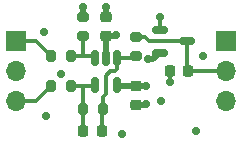
<source format=gbr>
%TF.GenerationSoftware,KiCad,Pcbnew,7.0.9*%
%TF.CreationDate,2024-01-09T19:27:13+00:00*%
%TF.ProjectId,OPA990 Breakout,4f504139-3930-4204-9272-65616b6f7574,V24.01.0.1*%
%TF.SameCoordinates,PX8c7ecc0PY5c0c740*%
%TF.FileFunction,Copper,L1,Top*%
%TF.FilePolarity,Positive*%
%FSLAX46Y46*%
G04 Gerber Fmt 4.6, Leading zero omitted, Abs format (unit mm)*
G04 Created by KiCad (PCBNEW 7.0.9) date 2024-01-09 19:27:13*
%MOMM*%
%LPD*%
G01*
G04 APERTURE LIST*
G04 Aperture macros list*
%AMRoundRect*
0 Rectangle with rounded corners*
0 $1 Rounding radius*
0 $2 $3 $4 $5 $6 $7 $8 $9 X,Y pos of 4 corners*
0 Add a 4 corners polygon primitive as box body*
4,1,4,$2,$3,$4,$5,$6,$7,$8,$9,$2,$3,0*
0 Add four circle primitives for the rounded corners*
1,1,$1+$1,$2,$3*
1,1,$1+$1,$4,$5*
1,1,$1+$1,$6,$7*
1,1,$1+$1,$8,$9*
0 Add four rect primitives between the rounded corners*
20,1,$1+$1,$2,$3,$4,$5,0*
20,1,$1+$1,$4,$5,$6,$7,0*
20,1,$1+$1,$6,$7,$8,$9,0*
20,1,$1+$1,$8,$9,$2,$3,0*%
G04 Aperture macros list end*
%TA.AperFunction,SMDPad,CuDef*%
%ADD10RoundRect,0.200000X-0.275000X0.200000X-0.275000X-0.200000X0.275000X-0.200000X0.275000X0.200000X0*%
%TD*%
%TA.AperFunction,SMDPad,CuDef*%
%ADD11RoundRect,0.225000X0.250000X-0.225000X0.250000X0.225000X-0.250000X0.225000X-0.250000X-0.225000X0*%
%TD*%
%TA.AperFunction,SMDPad,CuDef*%
%ADD12RoundRect,0.200000X0.200000X0.275000X-0.200000X0.275000X-0.200000X-0.275000X0.200000X-0.275000X0*%
%TD*%
%TA.AperFunction,SMDPad,CuDef*%
%ADD13RoundRect,0.200000X-0.200000X-0.275000X0.200000X-0.275000X0.200000X0.275000X-0.200000X0.275000X0*%
%TD*%
%TA.AperFunction,SMDPad,CuDef*%
%ADD14RoundRect,0.225000X0.225000X0.250000X-0.225000X0.250000X-0.225000X-0.250000X0.225000X-0.250000X0*%
%TD*%
%TA.AperFunction,SMDPad,CuDef*%
%ADD15RoundRect,0.225000X-0.225000X-0.250000X0.225000X-0.250000X0.225000X0.250000X-0.225000X0.250000X0*%
%TD*%
%TA.AperFunction,SMDPad,CuDef*%
%ADD16RoundRect,0.150000X-0.512500X-0.150000X0.512500X-0.150000X0.512500X0.150000X-0.512500X0.150000X0*%
%TD*%
%TA.AperFunction,SMDPad,CuDef*%
%ADD17RoundRect,0.150000X-0.150000X0.512500X-0.150000X-0.512500X0.150000X-0.512500X0.150000X0.512500X0*%
%TD*%
%TA.AperFunction,ComponentPad*%
%ADD18O,1.700000X1.700000*%
%TD*%
%TA.AperFunction,ComponentPad*%
%ADD19R,1.700000X1.700000*%
%TD*%
%TA.AperFunction,ViaPad*%
%ADD20C,0.700000*%
%TD*%
%TA.AperFunction,Conductor*%
%ADD21C,0.500000*%
%TD*%
%TA.AperFunction,Conductor*%
%ADD22C,0.300000*%
%TD*%
G04 APERTURE END LIST*
D10*
%TO.P,R1,2*%
%TO.N,/IN+*%
X-1905000Y2985000D03*
%TO.P,R1,1*%
%TO.N,GND*%
X-1905000Y4635000D03*
%TD*%
D11*
%TO.P,C1,2*%
%TO.N,VDD*%
X2540000Y-1270000D03*
%TO.P,C1,1*%
%TO.N,GND*%
X2540000Y-2820000D03*
%TD*%
D12*
%TO.P,R2,2*%
%TO.N,Net-(J1-Pin_1)*%
X-4635000Y1270000D03*
%TO.P,R2,1*%
%TO.N,/IN+*%
X-2985000Y1270000D03*
%TD*%
D13*
%TO.P,R5,2*%
%TO.N,/OUT*%
X-255000Y-3175000D03*
%TO.P,R5,1*%
%TO.N,/IN-*%
X-1905000Y-3175000D03*
%TD*%
D14*
%TO.P,C2,2*%
%TO.N,GND*%
X5435000Y0D03*
%TO.P,C2,1*%
%TO.N,Net-(D1A-COM)*%
X6985000Y0D03*
%TD*%
D10*
%TO.P,R3,2*%
%TO.N,/OUT*%
X2540000Y1270000D03*
%TO.P,R3,1*%
%TO.N,Net-(D1A-COM)*%
X2540000Y2920000D03*
%TD*%
D13*
%TO.P,R4,2*%
%TO.N,/IN-*%
X-2985000Y-1270000D03*
%TO.P,R4,1*%
%TO.N,Net-(J1-Pin_3)*%
X-4635000Y-1270000D03*
%TD*%
D15*
%TO.P,C4,2*%
%TO.N,/OUT*%
X-355000Y-5080000D03*
%TO.P,C4,1*%
%TO.N,/IN-*%
X-1905000Y-5080000D03*
%TD*%
D16*
%TO.P,D1,3,COM*%
%TO.N,Net-(D1A-COM)*%
X6852500Y2540000D03*
%TO.P,D1,2,K*%
%TO.N,VIO*%
X4577500Y1590000D03*
%TO.P,D1,1,A*%
%TO.N,GND*%
X4577500Y3490000D03*
%TD*%
D17*
%TO.P,U1,5,V+*%
%TO.N,VDD*%
X950000Y-1137500D03*
%TO.P,U1,4,-*%
%TO.N,/IN-*%
X-950000Y-1137500D03*
%TO.P,U1,3,+*%
%TO.N,/IN+*%
X-950000Y1137500D03*
%TO.P,U1,2,V-*%
%TO.N,VSS*%
X0Y1137500D03*
%TO.P,U1,1*%
%TO.N,/OUT*%
X950000Y1137500D03*
%TD*%
D11*
%TO.P,C3,2*%
%TO.N,GND*%
X0Y4585000D03*
%TO.P,C3,1*%
%TO.N,VSS*%
X0Y3035000D03*
%TD*%
D18*
%TO.P,J1,3,Pin_3*%
%TO.N,Net-(J1-Pin_3)*%
X-7620000Y-2540000D03*
%TO.P,J1,2,Pin_2*%
%TO.N,VIO*%
X-7620000Y0D03*
D19*
%TO.P,J1,1,Pin_1*%
%TO.N,Net-(J1-Pin_1)*%
X-7620000Y2540000D03*
%TD*%
D18*
%TO.P,J2,3,Pin_3*%
%TO.N,VSS*%
X10160000Y-2540000D03*
%TO.P,J2,2,Pin_2*%
%TO.N,Net-(D1A-COM)*%
X10160000Y0D03*
D19*
%TO.P,J2,1,Pin_1*%
%TO.N,VDD*%
X10160000Y2540000D03*
%TD*%
D20*
%TO.N,GND*%
X8255000Y1270000D03*
X7620000Y-5080000D03*
X-5080000Y-3810000D03*
X1397000Y-5334000D03*
X-5207000Y3302000D03*
X-3810000Y-254000D03*
%TO.N,VSS*%
X889000Y3048000D03*
%TO.N,VDD*%
X3429000Y-1270000D03*
%TO.N,GND*%
X0Y5461000D03*
X5461000Y-889000D03*
X3429000Y-2794000D03*
X-1905000Y5461000D03*
X4699000Y-2540000D03*
X4572000Y4572000D03*
%TO.N,VIO*%
X3556000Y1016000D03*
%TD*%
D21*
%TO.N,VSS*%
X0Y1137500D02*
X0Y3035000D01*
X876000Y3035000D02*
X889000Y3048000D01*
X0Y3035000D02*
X876000Y3035000D01*
%TO.N,VDD*%
X2540000Y-1270000D02*
X3429000Y-1270000D01*
X1082500Y-1270000D02*
X950000Y-1137500D01*
X2540000Y-1270000D02*
X1082500Y-1270000D01*
D22*
%TO.N,/OUT*%
X950000Y1137500D02*
X2407500Y1137500D01*
X762000Y0D02*
X381000Y0D01*
X950000Y188000D02*
X762000Y0D01*
X950000Y1137500D02*
X950000Y188000D01*
X-355000Y-5080000D02*
X-355000Y-3275000D01*
X0Y-381000D02*
X0Y-1905000D01*
X-255000Y-2160000D02*
X-255000Y-3175000D01*
X0Y-1905000D02*
X-255000Y-2160000D01*
X-355000Y-3275000D02*
X-255000Y-3175000D01*
X381000Y0D02*
X0Y-381000D01*
X2407500Y1137500D02*
X2540000Y1270000D01*
%TO.N,/IN+*%
X-2985000Y1270000D02*
X-1905000Y1270000D01*
X-1082500Y1270000D02*
X-950000Y1137500D01*
X-1905000Y1270000D02*
X-1082500Y1270000D01*
X-1905000Y2985000D02*
X-1905000Y1270000D01*
%TO.N,/IN-*%
X-1082500Y-1270000D02*
X-950000Y-1137500D01*
X-1905000Y-1270000D02*
X-1082500Y-1270000D01*
X-1905000Y-3175000D02*
X-1905000Y-1270000D01*
X-1905000Y-5080000D02*
X-1905000Y-3175000D01*
X-2985000Y-1270000D02*
X-1905000Y-1270000D01*
D21*
%TO.N,GND*%
X3403000Y-2820000D02*
X3429000Y-2794000D01*
D22*
X5435000Y-863000D02*
X5461000Y-889000D01*
X4577500Y4566500D02*
X4572000Y4572000D01*
D21*
X-1905000Y4635000D02*
X-1905000Y5461000D01*
X0Y4585000D02*
X0Y5461000D01*
D22*
X5435000Y0D02*
X5435000Y-863000D01*
D21*
X2540000Y-2820000D02*
X3403000Y-2820000D01*
D22*
X4577500Y3490000D02*
X4577500Y4566500D01*
%TO.N,Net-(J1-Pin_1)*%
X-5905000Y2540000D02*
X-4635000Y1270000D01*
X-7620000Y2540000D02*
X-5905000Y2540000D01*
%TO.N,Net-(J1-Pin_3)*%
X-5905000Y-2540000D02*
X-4635000Y-1270000D01*
X-7620000Y-2540000D02*
X-5905000Y-2540000D01*
D21*
%TO.N,VIO*%
X4003500Y1016000D02*
X4577500Y1590000D01*
X3556000Y1016000D02*
X4003500Y1016000D01*
D22*
%TO.N,Net-(D1A-COM)*%
X3683000Y2540000D02*
X6852500Y2540000D01*
X3303000Y2920000D02*
X3683000Y2540000D01*
X6852500Y2540000D02*
X6852500Y132500D01*
X6985000Y0D02*
X10160000Y0D01*
X2540000Y2920000D02*
X3303000Y2920000D01*
X6852500Y132500D02*
X6985000Y0D01*
%TD*%
M02*

</source>
